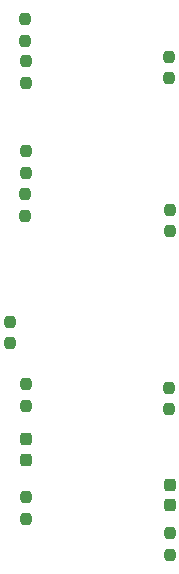
<source format=gbr>
%TF.GenerationSoftware,KiCad,Pcbnew,8.0.3*%
%TF.CreationDate,2024-06-13T16:05:24+05:30*%
%TF.ProjectId,OptoIsolation,4f70746f-4973-46f6-9c61-74696f6e2e6b,rev?*%
%TF.SameCoordinates,Original*%
%TF.FileFunction,Paste,Bot*%
%TF.FilePolarity,Positive*%
%FSLAX46Y46*%
G04 Gerber Fmt 4.6, Leading zero omitted, Abs format (unit mm)*
G04 Created by KiCad (PCBNEW 8.0.3) date 2024-06-13 16:05:24*
%MOMM*%
%LPD*%
G01*
G04 APERTURE LIST*
G04 Aperture macros list*
%AMRoundRect*
0 Rectangle with rounded corners*
0 $1 Rounding radius*
0 $2 $3 $4 $5 $6 $7 $8 $9 X,Y pos of 4 corners*
0 Add a 4 corners polygon primitive as box body*
4,1,4,$2,$3,$4,$5,$6,$7,$8,$9,$2,$3,0*
0 Add four circle primitives for the rounded corners*
1,1,$1+$1,$2,$3*
1,1,$1+$1,$4,$5*
1,1,$1+$1,$6,$7*
1,1,$1+$1,$8,$9*
0 Add four rect primitives between the rounded corners*
20,1,$1+$1,$2,$3,$4,$5,0*
20,1,$1+$1,$4,$5,$6,$7,0*
20,1,$1+$1,$6,$7,$8,$9,0*
20,1,$1+$1,$8,$9,$2,$3,0*%
G04 Aperture macros list end*
%ADD10RoundRect,0.237500X-0.237500X0.250000X-0.237500X-0.250000X0.237500X-0.250000X0.237500X0.250000X0*%
%ADD11RoundRect,0.237500X0.237500X-0.250000X0.237500X0.250000X-0.237500X0.250000X-0.237500X-0.250000X0*%
%ADD12RoundRect,0.237500X0.237500X-0.300000X0.237500X0.300000X-0.237500X0.300000X-0.237500X-0.300000X0*%
%ADD13RoundRect,0.237500X-0.237500X0.300000X-0.237500X-0.300000X0.237500X-0.300000X0.237500X0.300000X0*%
G04 APERTURE END LIST*
D10*
%TO.C,R19*%
X187400000Y-101978500D03*
X187400000Y-103803500D03*
%TD*%
%TO.C,R6*%
X199525000Y-64650000D03*
X199525000Y-66475000D03*
%TD*%
%TO.C,R11*%
X187400000Y-65045100D03*
X187400000Y-66870100D03*
%TD*%
D11*
%TO.C,R9*%
X187310400Y-63302000D03*
X187310400Y-61477000D03*
%TD*%
D12*
%TO.C,C11*%
X199550000Y-102620600D03*
X199550000Y-100895600D03*
%TD*%
D10*
%TO.C,R7*%
X186025000Y-87087500D03*
X186025000Y-88912500D03*
%TD*%
D11*
%TO.C,R18*%
X187400000Y-94233100D03*
X187400000Y-92408100D03*
%TD*%
%TO.C,R12*%
X199550000Y-79436000D03*
X199550000Y-77611000D03*
%TD*%
D13*
%TO.C,C10*%
X187400000Y-97067400D03*
X187400000Y-98792400D03*
%TD*%
D10*
%TO.C,R17*%
X199475000Y-92700000D03*
X199475000Y-94525000D03*
%TD*%
D11*
%TO.C,R14*%
X187400000Y-74500000D03*
X187400000Y-72675000D03*
%TD*%
D10*
%TO.C,R16*%
X187300000Y-76312500D03*
X187300000Y-78137500D03*
%TD*%
%TO.C,R20*%
X199550000Y-104986600D03*
X199550000Y-106811600D03*
%TD*%
M02*

</source>
